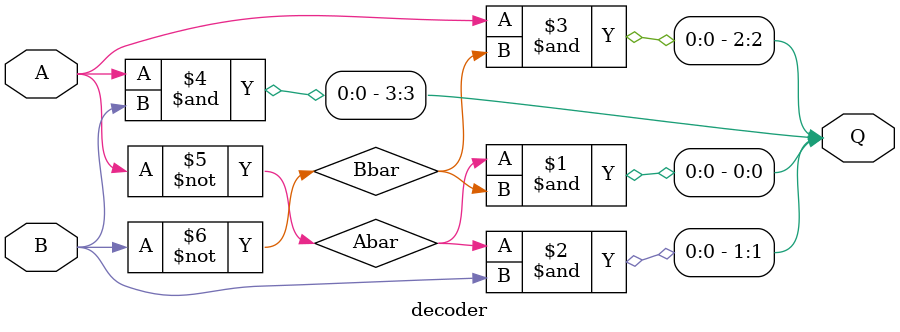
<source format=v>
`timescale 1ns / 1ps
module decoder(A,B,Q);
input A,B;
output [3:0]Q;
wire Abar,Bbar;
not U1(Abar,A);
not U2(Bbar,B);
and U3(Q[0],Abar,Bbar);
and U4(Q[1],Abar,B);
and U5(Q[2],A,Bbar);
and U6(Q[3],A,B);
endmodule

</source>
